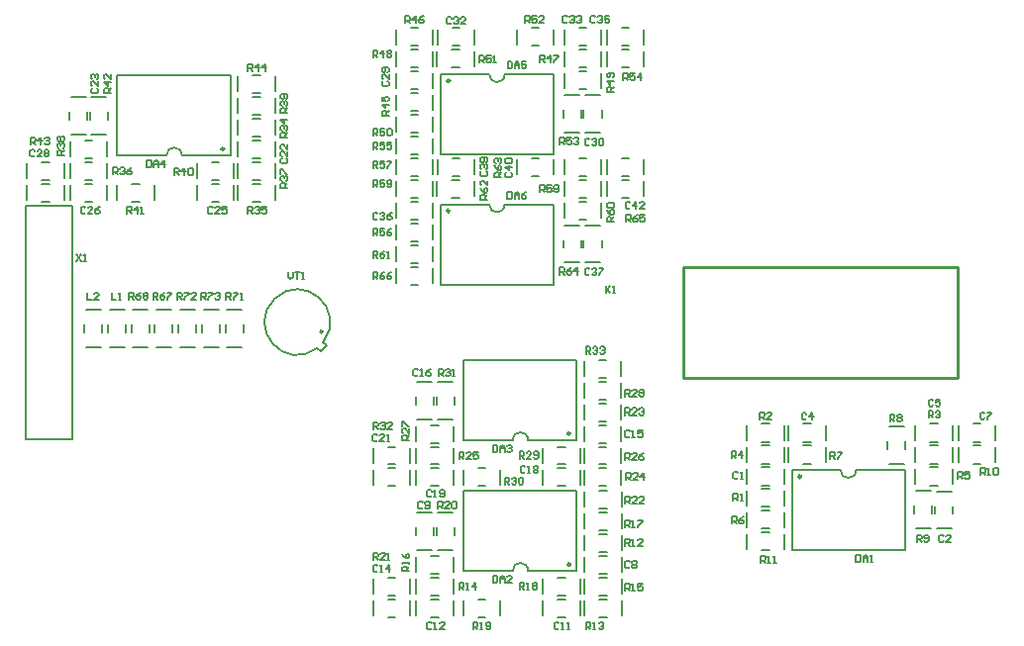
<source format=gto>
G04*
G04 #@! TF.GenerationSoftware,Altium Limited,Altium Designer,20.1.10 (176)*
G04*
G04 Layer_Color=439754*
%FSAX42Y42*%
%MOMM*%
G71*
G04*
G04 #@! TF.SameCoordinates,9C08BAFA-1892-4BA1-9AB8-C06810583842*
G04*
G04*
G04 #@! TF.FilePolarity,Positive*
G04*
G01*
G75*
%ADD10C,0.20*%
%ADD11C,0.25*%
%ADD12C,0.15*%
%ADD13C,0.15*%
D10*
X002794Y003079D02*
G03*
X002744Y003029I-000221J000171D01*
G01*
X002794Y003079D02*
X002823Y003050D01*
X002773Y003000D02*
X002823Y003050D01*
X002773Y003000D02*
X002773D01*
X002744Y003029D02*
X002773Y003000D01*
X005375Y001495D02*
Y001555D01*
X005405D01*
X005415Y001545D01*
Y001525D01*
X005405Y001515D01*
X005375D01*
X005395D02*
X005415Y001495D01*
X005435D02*
X005455D01*
X005445D01*
Y001555D01*
X005435Y001545D01*
X005485Y001555D02*
X005525D01*
Y001545D01*
X005485Y001505D01*
Y001495D01*
X008100Y001420D02*
X008090Y001430D01*
X008070D01*
X008060Y001420D01*
Y001380D01*
X008070Y001370D01*
X008090D01*
X008100Y001380D01*
X008160Y001370D02*
X008120D01*
X008160Y001410D01*
Y001420D01*
X008150Y001430D01*
X008130D01*
X008120Y001420D01*
X005419Y004270D02*
X005409Y004280D01*
X005389D01*
X005379Y004270D01*
Y004230D01*
X005389Y004220D01*
X005409D01*
X005419Y004230D01*
X005469Y004220D02*
Y004280D01*
X005439Y004250D01*
X005479D01*
X005539Y004220D02*
X005499D01*
X005539Y004260D01*
Y004270D01*
X005529Y004280D01*
X005509D01*
X005499Y004270D01*
X004359Y004530D02*
X004349Y004520D01*
Y004500D01*
X004359Y004490D01*
X004399D01*
X004409Y004500D01*
Y004520D01*
X004399Y004530D01*
X004409Y004580D02*
X004349D01*
X004379Y004550D01*
Y004590D01*
X004359Y004610D02*
X004349Y004620D01*
Y004640D01*
X004359Y004650D01*
X004399D01*
X004409Y004640D01*
Y004620D01*
X004399Y004610D01*
X004359D01*
X004149Y004540D02*
X004139Y004530D01*
Y004510D01*
X004149Y004500D01*
X004189D01*
X004199Y004510D01*
Y004530D01*
X004189Y004540D01*
X004149Y004560D02*
X004139Y004570D01*
Y004590D01*
X004149Y004600D01*
X004159D01*
X004169Y004590D01*
Y004580D01*
Y004590D01*
X004179Y004600D01*
X004189D01*
X004199Y004590D01*
Y004570D01*
X004189Y004560D01*
Y004620D02*
X004199Y004630D01*
Y004650D01*
X004189Y004660D01*
X004149D01*
X004139Y004650D01*
Y004630D01*
X004149Y004620D01*
X004159D01*
X004169Y004630D01*
Y004660D01*
X005071Y003702D02*
X005061Y003712D01*
X005041D01*
X005031Y003702D01*
Y003662D01*
X005041Y003652D01*
X005061D01*
X005071Y003662D01*
X005091Y003702D02*
X005101Y003712D01*
X005121D01*
X005131Y003702D01*
Y003692D01*
X005121Y003682D01*
X005111D01*
X005121D01*
X005131Y003672D01*
Y003662D01*
X005121Y003652D01*
X005101D01*
X005091Y003662D01*
X005151Y003712D02*
X005191D01*
Y003702D01*
X005151Y003662D01*
Y003652D01*
X003260Y004178D02*
X003250Y004188D01*
X003230D01*
X003220Y004178D01*
Y004138D01*
X003230Y004128D01*
X003250D01*
X003260Y004138D01*
X003280Y004178D02*
X003290Y004188D01*
X003310D01*
X003320Y004178D01*
Y004168D01*
X003310Y004158D01*
X003300D01*
X003310D01*
X003320Y004148D01*
Y004138D01*
X003310Y004128D01*
X003290D01*
X003280Y004138D01*
X003380Y004188D02*
X003360Y004178D01*
X003340Y004158D01*
Y004138D01*
X003350Y004128D01*
X003370D01*
X003380Y004138D01*
Y004148D01*
X003370Y004158D01*
X003340D01*
X005120Y005860D02*
X005110Y005870D01*
X005090D01*
X005080Y005860D01*
Y005820D01*
X005090Y005810D01*
X005110D01*
X005120Y005820D01*
X005140Y005860D02*
X005150Y005870D01*
X005170D01*
X005180Y005860D01*
Y005850D01*
X005170Y005840D01*
X005160D01*
X005170D01*
X005180Y005830D01*
Y005820D01*
X005170Y005810D01*
X005150D01*
X005140Y005820D01*
X005240Y005870D02*
X005200D01*
Y005840D01*
X005220Y005850D01*
X005230D01*
X005240Y005840D01*
Y005820D01*
X005230Y005810D01*
X005210D01*
X005200Y005820D01*
X004880Y005860D02*
X004870Y005870D01*
X004850D01*
X004840Y005860D01*
Y005820D01*
X004850Y005810D01*
X004870D01*
X004880Y005820D01*
X004900Y005860D02*
X004910Y005870D01*
X004930D01*
X004940Y005860D01*
Y005850D01*
X004930Y005840D01*
X004920D01*
X004930D01*
X004940Y005830D01*
Y005820D01*
X004930Y005810D01*
X004910D01*
X004900Y005820D01*
X004960Y005860D02*
X004970Y005870D01*
X004990D01*
X005000Y005860D01*
Y005850D01*
X004990Y005840D01*
X004980D01*
X004990D01*
X005000Y005830D01*
Y005820D01*
X004990Y005810D01*
X004970D01*
X004960Y005820D01*
X003890Y005850D02*
X003880Y005860D01*
X003860D01*
X003850Y005850D01*
Y005810D01*
X003860Y005800D01*
X003880D01*
X003890Y005810D01*
X003910Y005850D02*
X003920Y005860D01*
X003940D01*
X003950Y005850D01*
Y005840D01*
X003940Y005830D01*
X003930D01*
X003940D01*
X003950Y005820D01*
Y005810D01*
X003940Y005800D01*
X003920D01*
X003910Y005810D01*
X004010Y005800D02*
X003970D01*
X004010Y005840D01*
Y005850D01*
X004000Y005860D01*
X003980D01*
X003970Y005850D01*
X005071Y004815D02*
X005061Y004825D01*
X005041D01*
X005031Y004815D01*
Y004775D01*
X005041Y004765D01*
X005061D01*
X005071Y004775D01*
X005091Y004815D02*
X005101Y004825D01*
X005121D01*
X005131Y004815D01*
Y004805D01*
X005121Y004795D01*
X005111D01*
X005121D01*
X005131Y004785D01*
Y004775D01*
X005121Y004765D01*
X005101D01*
X005091Y004775D01*
X005151Y004815D02*
X005161Y004825D01*
X005181D01*
X005191Y004815D01*
Y004775D01*
X005181Y004765D01*
X005161D01*
X005151Y004775D01*
Y004815D01*
X003305Y005310D02*
X003295Y005300D01*
Y005280D01*
X003305Y005270D01*
X003345D01*
X003355Y005280D01*
Y005300D01*
X003345Y005310D01*
X003355Y005370D02*
Y005330D01*
X003315Y005370D01*
X003305D01*
X003295Y005360D01*
Y005340D01*
X003305Y005330D01*
X003345Y005390D02*
X003355Y005400D01*
Y005420D01*
X003345Y005430D01*
X003305D01*
X003295Y005420D01*
Y005400D01*
X003305Y005390D01*
X003315D01*
X003325Y005400D01*
Y005430D01*
X000329Y004715D02*
X000319Y004725D01*
X000299D01*
X000289Y004715D01*
Y004675D01*
X000299Y004665D01*
X000319D01*
X000329Y004675D01*
X000389Y004665D02*
X000349D01*
X000389Y004705D01*
Y004715D01*
X000379Y004725D01*
X000359D01*
X000349Y004715D01*
X000409D02*
X000419Y004725D01*
X000439D01*
X000449Y004715D01*
Y004705D01*
X000439Y004695D01*
X000449Y004685D01*
Y004675D01*
X000439Y004665D01*
X000419D01*
X000409Y004675D01*
Y004685D01*
X000419Y004695D01*
X000409Y004705D01*
Y004715D01*
X000419Y004695D02*
X000439D01*
X000762Y004230D02*
X000752Y004240D01*
X000732D01*
X000722Y004230D01*
Y004190D01*
X000732Y004180D01*
X000752D01*
X000762Y004190D01*
X000822Y004180D02*
X000782D01*
X000822Y004220D01*
Y004230D01*
X000812Y004240D01*
X000792D01*
X000782Y004230D01*
X000882Y004240D02*
X000862Y004230D01*
X000842Y004210D01*
Y004190D01*
X000852Y004180D01*
X000872D01*
X000882Y004190D01*
Y004200D01*
X000872Y004210D01*
X000842D01*
X001849Y004230D02*
X001839Y004240D01*
X001819D01*
X001809Y004230D01*
Y004190D01*
X001819Y004180D01*
X001839D01*
X001849Y004190D01*
X001909Y004180D02*
X001869D01*
X001909Y004220D01*
Y004230D01*
X001899Y004240D01*
X001879D01*
X001869Y004230D01*
X001969Y004240D02*
X001929D01*
Y004210D01*
X001949Y004220D01*
X001959D01*
X001969Y004210D01*
Y004190D01*
X001959Y004180D01*
X001939D01*
X001929Y004190D01*
X000820Y005250D02*
X000810Y005240D01*
Y005220D01*
X000820Y005210D01*
X000860D01*
X000870Y005220D01*
Y005240D01*
X000860Y005250D01*
X000870Y005310D02*
Y005270D01*
X000830Y005310D01*
X000820D01*
X000810Y005300D01*
Y005280D01*
X000820Y005270D01*
Y005330D02*
X000810Y005340D01*
Y005360D01*
X000820Y005370D01*
X000830D01*
X000840Y005360D01*
Y005350D01*
Y005360D01*
X000850Y005370D01*
X000860D01*
X000870Y005360D01*
Y005340D01*
X000860Y005330D01*
X002440Y004650D02*
X002430Y004640D01*
Y004620D01*
X002440Y004610D01*
X002480D01*
X002490Y004620D01*
Y004640D01*
X002480Y004650D01*
X002490Y004710D02*
Y004670D01*
X002450Y004710D01*
X002440D01*
X002430Y004700D01*
Y004680D01*
X002440Y004670D01*
X002490Y004770D02*
Y004730D01*
X002450Y004770D01*
X002440D01*
X002430Y004760D01*
Y004740D01*
X002440Y004730D01*
X003258Y002279D02*
X003248Y002289D01*
X003228D01*
X003218Y002279D01*
Y002239D01*
X003228Y002229D01*
X003248D01*
X003258Y002239D01*
X003318Y002229D02*
X003278D01*
X003318Y002269D01*
Y002279D01*
X003308Y002289D01*
X003288D01*
X003278Y002279D01*
X003338Y002229D02*
X003358D01*
X003348D01*
Y002289D01*
X003338Y002279D01*
X003720Y001803D02*
X003710Y001813D01*
X003690D01*
X003680Y001803D01*
Y001763D01*
X003690Y001753D01*
X003710D01*
X003720Y001763D01*
X003740Y001753D02*
X003760D01*
X003750D01*
Y001813D01*
X003740Y001803D01*
X003790Y001763D02*
X003800Y001753D01*
X003820D01*
X003830Y001763D01*
Y001803D01*
X003820Y001813D01*
X003800D01*
X003790Y001803D01*
Y001793D01*
X003800Y001783D01*
X003830D01*
X004521Y002008D02*
X004511Y002018D01*
X004491D01*
X004481Y002008D01*
Y001968D01*
X004491Y001958D01*
X004511D01*
X004521Y001968D01*
X004541Y001958D02*
X004561D01*
X004551D01*
Y002018D01*
X004541Y002008D01*
X004591D02*
X004601Y002018D01*
X004621D01*
X004631Y002008D01*
Y001998D01*
X004621Y001988D01*
X004631Y001978D01*
Y001968D01*
X004621Y001958D01*
X004601D01*
X004591Y001968D01*
Y001978D01*
X004601Y001988D01*
X004591Y001998D01*
Y002008D01*
X004601Y001988D02*
X004621D01*
X003605Y002840D02*
X003595Y002850D01*
X003575D01*
X003565Y002840D01*
Y002800D01*
X003575Y002790D01*
X003595D01*
X003605Y002800D01*
X003625Y002790D02*
X003645D01*
X003635D01*
Y002850D01*
X003625Y002840D01*
X003715Y002850D02*
X003695Y002840D01*
X003675Y002820D01*
Y002800D01*
X003685Y002790D01*
X003705D01*
X003715Y002800D01*
Y002810D01*
X003705Y002820D01*
X003675D01*
X005415Y002315D02*
X005405Y002325D01*
X005385D01*
X005375Y002315D01*
Y002275D01*
X005385Y002265D01*
X005405D01*
X005415Y002275D01*
X005435Y002265D02*
X005455D01*
X005445D01*
Y002325D01*
X005435Y002315D01*
X005525Y002325D02*
X005485D01*
Y002295D01*
X005505Y002305D01*
X005515D01*
X005525Y002295D01*
Y002275D01*
X005515Y002265D01*
X005495D01*
X005485Y002275D01*
X003259Y001160D02*
X003249Y001170D01*
X003229D01*
X003219Y001160D01*
Y001120D01*
X003229Y001110D01*
X003249D01*
X003259Y001120D01*
X003279Y001110D02*
X003299D01*
X003289D01*
Y001170D01*
X003279Y001160D01*
X003359Y001110D02*
Y001170D01*
X003329Y001140D01*
X003369D01*
X003722Y000674D02*
X003712Y000684D01*
X003692D01*
X003682Y000674D01*
Y000634D01*
X003692Y000624D01*
X003712D01*
X003722Y000634D01*
X003742Y000624D02*
X003762D01*
X003752D01*
Y000684D01*
X003742Y000674D01*
X003832Y000624D02*
X003792D01*
X003832Y000664D01*
Y000674D01*
X003822Y000684D01*
X003802D01*
X003792Y000674D01*
X004809Y000674D02*
X004799Y000684D01*
X004779D01*
X004769Y000674D01*
Y000634D01*
X004779Y000624D01*
X004799D01*
X004809Y000634D01*
X004829Y000624D02*
X004849D01*
X004839D01*
Y000684D01*
X004829Y000674D01*
X004879Y000624D02*
X004899D01*
X004889D01*
Y000684D01*
X004879Y000674D01*
X003645Y001704D02*
X003635Y001714D01*
X003615D01*
X003605Y001704D01*
Y001664D01*
X003615Y001654D01*
X003635D01*
X003645Y001664D01*
X003665D02*
X003675Y001654D01*
X003695D01*
X003705Y001664D01*
Y001704D01*
X003695Y001714D01*
X003675D01*
X003665Y001704D01*
Y001694D01*
X003675Y001684D01*
X003705D01*
X005415Y001196D02*
X005405Y001206D01*
X005385D01*
X005375Y001196D01*
Y001156D01*
X005385Y001146D01*
X005405D01*
X005415Y001156D01*
X005435Y001196D02*
X005445Y001206D01*
X005465D01*
X005475Y001196D01*
Y001186D01*
X005465Y001176D01*
X005475Y001166D01*
Y001156D01*
X005465Y001146D01*
X005445D01*
X005435Y001156D01*
Y001166D01*
X005445Y001176D01*
X005435Y001186D01*
Y001196D01*
X005445Y001176D02*
X005465D01*
X008450Y002470D02*
X008440Y002480D01*
X008420D01*
X008410Y002470D01*
Y002430D01*
X008420Y002420D01*
X008440D01*
X008450Y002430D01*
X008470Y002480D02*
X008510D01*
Y002470D01*
X008470Y002430D01*
Y002420D01*
X008010Y002580D02*
X008000Y002590D01*
X007980D01*
X007970Y002580D01*
Y002540D01*
X007980Y002530D01*
X008000D01*
X008010Y002540D01*
X008070Y002590D02*
X008030D01*
Y002560D01*
X008050Y002570D01*
X008060D01*
X008070Y002560D01*
Y002540D01*
X008060Y002530D01*
X008040D01*
X008030Y002540D01*
X006927Y002463D02*
X006917Y002473D01*
X006897D01*
X006887Y002463D01*
Y002423D01*
X006897Y002413D01*
X006917D01*
X006927Y002423D01*
X006977Y002413D02*
Y002473D01*
X006947Y002443D01*
X006987D01*
X006340Y001960D02*
X006330Y001970D01*
X006310D01*
X006300Y001960D01*
Y001920D01*
X006310Y001910D01*
X006330D01*
X006340Y001920D01*
X006360Y001910D02*
X006380D01*
X006370D01*
Y001970D01*
X006360Y001960D01*
X000775Y003505D02*
Y003445D01*
X000815D01*
X000875D02*
X000835D01*
X000875Y003485D01*
Y003495D01*
X000865Y003505D01*
X000845D01*
X000835Y003495D01*
X000985Y003505D02*
Y003445D01*
X001025D01*
X001045D02*
X001065D01*
X001055D01*
Y003505D01*
X001045Y003495D01*
X005375Y001695D02*
Y001755D01*
X005405D01*
X005415Y001745D01*
Y001725D01*
X005405Y001715D01*
X005375D01*
X005395D02*
X005415Y001695D01*
X005475D02*
X005435D01*
X005475Y001735D01*
Y001745D01*
X005465Y001755D01*
X005445D01*
X005435Y001745D01*
X005535Y001695D02*
X005495D01*
X005535Y001735D01*
Y001745D01*
X005525Y001755D01*
X005505D01*
X005495Y001745D01*
X003222Y001216D02*
Y001276D01*
X003252D01*
X003262Y001266D01*
Y001246D01*
X003252Y001236D01*
X003222D01*
X003242D02*
X003262Y001216D01*
X003322D02*
X003282D01*
X003322Y001256D01*
Y001266D01*
X003312Y001276D01*
X003292D01*
X003282Y001266D01*
X003342Y001216D02*
X003362D01*
X003352D01*
Y001276D01*
X003342Y001266D01*
X003775Y001654D02*
Y001714D01*
X003805D01*
X003815Y001704D01*
Y001684D01*
X003805Y001674D01*
X003775D01*
X003795D02*
X003815Y001654D01*
X003875D02*
X003835D01*
X003875Y001694D01*
Y001704D01*
X003865Y001714D01*
X003845D01*
X003835Y001704D01*
X003895D02*
X003905Y001714D01*
X003925D01*
X003935Y001704D01*
Y001664D01*
X003925Y001654D01*
X003905D01*
X003895Y001664D01*
Y001704D01*
X004075Y000620D02*
Y000680D01*
X004105D01*
X004115Y000670D01*
Y000650D01*
X004105Y000640D01*
X004075D01*
X004095D02*
X004115Y000620D01*
X004135D02*
X004155D01*
X004145D01*
Y000680D01*
X004135Y000670D01*
X004185Y000630D02*
X004195Y000620D01*
X004215D01*
X004225Y000630D01*
Y000670D01*
X004215Y000680D01*
X004195D01*
X004185Y000670D01*
Y000660D01*
X004195Y000650D01*
X004225D01*
X004474Y000962D02*
Y001022D01*
X004504D01*
X004514Y001012D01*
Y000992D01*
X004504Y000982D01*
X004474D01*
X004494D02*
X004514Y000962D01*
X004534D02*
X004554D01*
X004544D01*
Y001022D01*
X004534Y001012D01*
X004584D02*
X004594Y001022D01*
X004614D01*
X004624Y001012D01*
Y001002D01*
X004614Y000992D01*
X004624Y000982D01*
Y000972D01*
X004614Y000962D01*
X004594D01*
X004584Y000972D01*
Y000982D01*
X004594Y000992D01*
X004584Y001002D01*
Y001012D01*
X004594Y000992D02*
X004614D01*
X003530Y001119D02*
X003470D01*
Y001149D01*
X003480Y001159D01*
X003500D01*
X003510Y001149D01*
Y001119D01*
Y001139D02*
X003530Y001159D01*
Y001179D02*
Y001199D01*
Y001189D01*
X003470D01*
X003480Y001179D01*
X003470Y001269D02*
X003480Y001249D01*
X003500Y001229D01*
X003520D01*
X003530Y001239D01*
Y001259D01*
X003520Y001269D01*
X003510D01*
X003500Y001259D01*
Y001229D01*
X005375Y000951D02*
Y001011D01*
X005405D01*
X005415Y001001D01*
Y000981D01*
X005405Y000971D01*
X005375D01*
X005395D02*
X005415Y000951D01*
X005435D02*
X005455D01*
X005445D01*
Y001011D01*
X005435Y001001D01*
X005525Y001011D02*
X005485D01*
Y000981D01*
X005505Y000991D01*
X005515D01*
X005525Y000981D01*
Y000961D01*
X005515Y000951D01*
X005495D01*
X005485Y000961D01*
X003957Y000958D02*
Y001018D01*
X003987D01*
X003997Y001008D01*
Y000988D01*
X003987Y000978D01*
X003957D01*
X003977D02*
X003997Y000958D01*
X004017D02*
X004037D01*
X004027D01*
Y001018D01*
X004017Y001008D01*
X004097Y000958D02*
Y001018D01*
X004067Y000988D01*
X004107D01*
X001750Y003445D02*
Y003505D01*
X001780D01*
X001790Y003495D01*
Y003475D01*
X001780Y003465D01*
X001750D01*
X001770D02*
X001790Y003445D01*
X001810Y003505D02*
X001850D01*
Y003495D01*
X001810Y003455D01*
Y003445D01*
X001870Y003495D02*
X001880Y003505D01*
X001900D01*
X001910Y003495D01*
Y003485D01*
X001900Y003475D01*
X001890D01*
X001900D01*
X001910Y003465D01*
Y003455D01*
X001900Y003445D01*
X001880D01*
X001870Y003455D01*
X005040Y000620D02*
Y000680D01*
X005070D01*
X005080Y000670D01*
Y000650D01*
X005070Y000640D01*
X005040D01*
X005060D02*
X005080Y000620D01*
X005100D02*
X005120D01*
X005110D01*
Y000680D01*
X005100Y000670D01*
X005150D02*
X005160Y000680D01*
X005180D01*
X005190Y000670D01*
Y000660D01*
X005180Y000650D01*
X005170D01*
X005180D01*
X005190Y000640D01*
Y000630D01*
X005180Y000620D01*
X005160D01*
X005150Y000630D01*
X001545Y003445D02*
Y003505D01*
X001575D01*
X001585Y003495D01*
Y003475D01*
X001575Y003465D01*
X001545D01*
X001565D02*
X001585Y003445D01*
X001605Y003505D02*
X001645D01*
Y003495D01*
X001605Y003455D01*
Y003445D01*
X001705D02*
X001665D01*
X001705Y003485D01*
Y003495D01*
X001695Y003505D01*
X001675D01*
X001665Y003495D01*
X005375Y001335D02*
Y001395D01*
X005405D01*
X005415Y001385D01*
Y001365D01*
X005405Y001355D01*
X005375D01*
X005395D02*
X005415Y001335D01*
X005435D02*
X005455D01*
X005445D01*
Y001395D01*
X005435Y001385D01*
X005525Y001335D02*
X005485D01*
X005525Y001375D01*
Y001385D01*
X005515Y001395D01*
X005495D01*
X005485Y001385D01*
X001965Y003445D02*
Y003505D01*
X001995D01*
X002005Y003495D01*
Y003475D01*
X001995Y003465D01*
X001965D01*
X001985D02*
X002005Y003445D01*
X002025Y003505D02*
X002065D01*
Y003495D01*
X002025Y003455D01*
Y003445D01*
X002085D02*
X002105D01*
X002095D01*
Y003505D01*
X002085Y003495D01*
X004245Y001080D02*
Y001020D01*
X004275D01*
X004285Y001030D01*
Y001070D01*
X004275Y001080D01*
X004245D01*
X004305Y001020D02*
Y001060D01*
X004325Y001080D01*
X004345Y001060D01*
Y001020D01*
Y001050D01*
X004305D01*
X004405Y001020D02*
X004365D01*
X004405Y001060D01*
Y001070D01*
X004395Y001080D01*
X004375D01*
X004365Y001070D01*
X002493Y003677D02*
Y003637D01*
X002513Y003617D01*
X002533Y003637D01*
Y003677D01*
X002553D02*
X002593D01*
X002573D01*
Y003617D01*
X002613D02*
X002633D01*
X002623D01*
Y003677D01*
X002613Y003667D01*
X005210Y003560D02*
Y003500D01*
Y003520D01*
X005250Y003560D01*
X005220Y003530D01*
X005250Y003500D01*
X005270D02*
X005290D01*
X005280D01*
Y003560D01*
X005270Y003550D01*
X004370Y004365D02*
Y004306D01*
X004400D01*
X004410Y004316D01*
Y004355D01*
X004400Y004365D01*
X004370D01*
X004430Y004306D02*
Y004345D01*
X004450Y004365D01*
X004470Y004345D01*
Y004306D01*
Y004335D01*
X004430D01*
X004530Y004365D02*
X004510Y004355D01*
X004490Y004335D01*
Y004316D01*
X004500Y004306D01*
X004520D01*
X004530Y004316D01*
Y004325D01*
X004520Y004335D01*
X004490D01*
X004371Y005478D02*
Y005419D01*
X004401D01*
X004410Y005429D01*
Y005468D01*
X004401Y005478D01*
X004371D01*
X004430Y005419D02*
Y005458D01*
X004450Y005478D01*
X004470Y005458D01*
Y005419D01*
Y005448D01*
X004430D01*
X004530Y005478D02*
X004490D01*
Y005448D01*
X004510Y005458D01*
X004520D01*
X004530Y005448D01*
Y005429D01*
X004520Y005419D01*
X004500D01*
X004490Y005429D01*
X001285Y004635D02*
Y004575D01*
X001315D01*
X001325Y004585D01*
Y004625D01*
X001315Y004635D01*
X001285D01*
X001345Y004575D02*
Y004615D01*
X001365Y004635D01*
X001385Y004615D01*
Y004575D01*
Y004605D01*
X001345D01*
X001435Y004575D02*
Y004635D01*
X001405Y004605D01*
X001445D01*
X004245Y002200D02*
Y002140D01*
X004275D01*
X004285Y002150D01*
Y002190D01*
X004275Y002200D01*
X004245D01*
X004305Y002140D02*
Y002180D01*
X004325Y002200D01*
X004345Y002180D01*
Y002140D01*
Y002170D01*
X004305D01*
X004365Y002190D02*
X004375Y002200D01*
X004395D01*
X004405Y002190D01*
Y002180D01*
X004395Y002170D01*
X004385D01*
X004395D01*
X004405Y002160D01*
Y002150D01*
X004395Y002140D01*
X004375D01*
X004365Y002150D01*
X007350Y001260D02*
Y001200D01*
X007380D01*
X007390Y001210D01*
Y001250D01*
X007380Y001260D01*
X007350D01*
X007410Y001200D02*
Y001240D01*
X007430Y001260D01*
X007450Y001240D01*
Y001200D01*
Y001230D01*
X007410D01*
X007470Y001200D02*
X007490D01*
X007480D01*
Y001260D01*
X007470Y001250D01*
X000685Y003830D02*
X000725Y003770D01*
Y003830D02*
X000685Y003770D01*
X000745D02*
X000765D01*
X000755D01*
Y003830D01*
X000745Y003820D01*
X003219Y003616D02*
Y003676D01*
X003249D01*
X003259Y003666D01*
Y003646D01*
X003249Y003636D01*
X003219D01*
X003239D02*
X003259Y003616D01*
X003319Y003676D02*
X003299Y003666D01*
X003279Y003646D01*
Y003626D01*
X003289Y003616D01*
X003309D01*
X003319Y003626D01*
Y003636D01*
X003309Y003646D01*
X003279D01*
X003379Y003676D02*
X003359Y003666D01*
X003339Y003646D01*
Y003626D01*
X003349Y003616D01*
X003369D01*
X003379Y003626D01*
Y003636D01*
X003369Y003646D01*
X003339D01*
X005383Y004109D02*
Y004169D01*
X005413D01*
X005423Y004159D01*
Y004139D01*
X005413Y004129D01*
X005383D01*
X005403D02*
X005423Y004109D01*
X005483Y004169D02*
X005463Y004159D01*
X005443Y004139D01*
Y004119D01*
X005453Y004109D01*
X005473D01*
X005483Y004119D01*
Y004129D01*
X005473Y004139D01*
X005443D01*
X005543Y004169D02*
X005503D01*
Y004139D01*
X005523Y004149D01*
X005533D01*
X005543Y004139D01*
Y004119D01*
X005533Y004109D01*
X005513D01*
X005503Y004119D01*
X004817Y003657D02*
Y003717D01*
X004847D01*
X004857Y003707D01*
Y003687D01*
X004847Y003677D01*
X004817D01*
X004837D02*
X004857Y003657D01*
X004917Y003717D02*
X004897Y003707D01*
X004877Y003687D01*
Y003667D01*
X004887Y003657D01*
X004907D01*
X004917Y003667D01*
Y003677D01*
X004907Y003687D01*
X004877D01*
X004967Y003657D02*
Y003717D01*
X004937Y003687D01*
X004977D01*
X004319Y004490D02*
X004259D01*
Y004520D01*
X004269Y004530D01*
X004289D01*
X004299Y004520D01*
Y004490D01*
Y004510D02*
X004319Y004530D01*
X004259Y004590D02*
X004269Y004570D01*
X004289Y004550D01*
X004309D01*
X004319Y004560D01*
Y004580D01*
X004309Y004590D01*
X004299D01*
X004289Y004580D01*
Y004550D01*
X004269Y004610D02*
X004259Y004620D01*
Y004640D01*
X004269Y004650D01*
X004279D01*
X004289Y004640D01*
Y004630D01*
Y004640D01*
X004299Y004650D01*
X004309D01*
X004319Y004640D01*
Y004620D01*
X004309Y004610D01*
X004199Y004300D02*
X004139D01*
Y004330D01*
X004149Y004340D01*
X004169D01*
X004179Y004330D01*
Y004300D01*
Y004320D02*
X004199Y004340D01*
X004139Y004400D02*
X004149Y004380D01*
X004169Y004360D01*
X004189D01*
X004199Y004370D01*
Y004390D01*
X004189Y004400D01*
X004179D01*
X004169Y004390D01*
Y004360D01*
X004199Y004460D02*
Y004420D01*
X004159Y004460D01*
X004149D01*
X004139Y004450D01*
Y004430D01*
X004149Y004420D01*
X003219Y003800D02*
Y003860D01*
X003249D01*
X003259Y003850D01*
Y003830D01*
X003249Y003820D01*
X003219D01*
X003239D02*
X003259Y003800D01*
X003319Y003860D02*
X003299Y003850D01*
X003279Y003830D01*
Y003810D01*
X003289Y003800D01*
X003309D01*
X003319Y003810D01*
Y003820D01*
X003309Y003830D01*
X003279D01*
X003339Y003800D02*
X003359D01*
X003349D01*
Y003860D01*
X003339Y003850D01*
X005278Y004110D02*
X005218D01*
Y004140D01*
X005228Y004150D01*
X005248D01*
X005258Y004140D01*
Y004110D01*
Y004130D02*
X005278Y004150D01*
X005218Y004210D02*
X005228Y004190D01*
X005248Y004170D01*
X005268D01*
X005278Y004180D01*
Y004200D01*
X005268Y004210D01*
X005258D01*
X005248Y004200D01*
Y004170D01*
X005228Y004230D02*
X005218Y004240D01*
Y004260D01*
X005228Y004270D01*
X005268D01*
X005278Y004260D01*
Y004240D01*
X005268Y004230D01*
X005228D01*
X003219Y004404D02*
Y004464D01*
X003249D01*
X003259Y004454D01*
Y004434D01*
X003249Y004424D01*
X003219D01*
X003239D02*
X003259Y004404D01*
X003319Y004464D02*
X003279D01*
Y004434D01*
X003299Y004444D01*
X003309D01*
X003319Y004434D01*
Y004414D01*
X003309Y004404D01*
X003289D01*
X003279Y004414D01*
X003339D02*
X003349Y004404D01*
X003369D01*
X003379Y004414D01*
Y004454D01*
X003369Y004464D01*
X003349D01*
X003339Y004454D01*
Y004444D01*
X003349Y004434D01*
X003379D01*
X004647Y004362D02*
Y004422D01*
X004677D01*
X004687Y004412D01*
Y004392D01*
X004677Y004382D01*
X004647D01*
X004667D02*
X004687Y004362D01*
X004747Y004422D02*
X004707D01*
Y004392D01*
X004727Y004402D01*
X004737D01*
X004747Y004392D01*
Y004372D01*
X004737Y004362D01*
X004717D01*
X004707Y004372D01*
X004767Y004412D02*
X004777Y004422D01*
X004797D01*
X004807Y004412D01*
Y004402D01*
X004797Y004392D01*
X004807Y004382D01*
Y004372D01*
X004797Y004362D01*
X004777D01*
X004767Y004372D01*
Y004382D01*
X004777Y004392D01*
X004767Y004402D01*
Y004412D01*
X004777Y004392D02*
X004797D01*
X003219Y004570D02*
Y004630D01*
X003249D01*
X003259Y004620D01*
Y004600D01*
X003249Y004590D01*
X003219D01*
X003239D02*
X003259Y004570D01*
X003319Y004630D02*
X003279D01*
Y004600D01*
X003299Y004610D01*
X003309D01*
X003319Y004600D01*
Y004580D01*
X003309Y004570D01*
X003289D01*
X003279Y004580D01*
X003339Y004630D02*
X003379D01*
Y004620D01*
X003339Y004580D01*
Y004570D01*
X003219Y003990D02*
Y004050D01*
X003249D01*
X003259Y004040D01*
Y004020D01*
X003249Y004010D01*
X003219D01*
X003239D02*
X003259Y003990D01*
X003319Y004050D02*
X003279D01*
Y004020D01*
X003299Y004030D01*
X003309D01*
X003319Y004020D01*
Y004000D01*
X003309Y003990D01*
X003289D01*
X003279Y004000D01*
X003379Y004050D02*
X003359Y004040D01*
X003339Y004020D01*
Y004000D01*
X003349Y003990D01*
X003369D01*
X003379Y004000D01*
Y004010D01*
X003369Y004020D01*
X003339D01*
X003219Y004729D02*
Y004789D01*
X003249D01*
X003259Y004779D01*
Y004759D01*
X003249Y004749D01*
X003219D01*
X003239D02*
X003259Y004729D01*
X003319Y004789D02*
X003279D01*
Y004759D01*
X003299Y004769D01*
X003309D01*
X003319Y004759D01*
Y004739D01*
X003309Y004729D01*
X003289D01*
X003279Y004739D01*
X003379Y004789D02*
X003339D01*
Y004759D01*
X003359Y004769D01*
X003369D01*
X003379Y004759D01*
Y004739D01*
X003369Y004729D01*
X003349D01*
X003339Y004739D01*
X005360Y005320D02*
Y005380D01*
X005390D01*
X005400Y005370D01*
Y005350D01*
X005390Y005340D01*
X005360D01*
X005380D02*
X005400Y005320D01*
X005460Y005380D02*
X005420D01*
Y005350D01*
X005440Y005360D01*
X005450D01*
X005460Y005350D01*
Y005330D01*
X005450Y005320D01*
X005430D01*
X005420Y005330D01*
X005510Y005320D02*
Y005380D01*
X005480Y005350D01*
X005520D01*
X004817Y004770D02*
Y004830D01*
X004847D01*
X004857Y004820D01*
Y004800D01*
X004847Y004790D01*
X004817D01*
X004837D02*
X004857Y004770D01*
X004917Y004830D02*
X004877D01*
Y004800D01*
X004897Y004810D01*
X004907D01*
X004917Y004800D01*
Y004780D01*
X004907Y004770D01*
X004887D01*
X004877Y004780D01*
X004937Y004820D02*
X004947Y004830D01*
X004967D01*
X004977Y004820D01*
Y004810D01*
X004967Y004800D01*
X004957D01*
X004967D01*
X004977Y004790D01*
Y004780D01*
X004967Y004770D01*
X004947D01*
X004937Y004780D01*
X004520Y005810D02*
Y005870D01*
X004550D01*
X004560Y005860D01*
Y005840D01*
X004550Y005830D01*
X004520D01*
X004540D02*
X004560Y005810D01*
X004620Y005870D02*
X004580D01*
Y005840D01*
X004600Y005850D01*
X004610D01*
X004620Y005840D01*
Y005820D01*
X004610Y005810D01*
X004590D01*
X004580Y005820D01*
X004680Y005810D02*
X004640D01*
X004680Y005850D01*
Y005860D01*
X004670Y005870D01*
X004650D01*
X004640Y005860D01*
X004130Y005470D02*
Y005530D01*
X004160D01*
X004170Y005520D01*
Y005500D01*
X004160Y005490D01*
X004130D01*
X004150D02*
X004170Y005470D01*
X004230Y005530D02*
X004190D01*
Y005500D01*
X004210Y005510D01*
X004220D01*
X004230Y005500D01*
Y005480D01*
X004220Y005470D01*
X004200D01*
X004190Y005480D01*
X004250Y005470D02*
X004270D01*
X004260D01*
Y005530D01*
X004250Y005520D01*
X003220Y004845D02*
Y004905D01*
X003250D01*
X003260Y004895D01*
Y004875D01*
X003250Y004865D01*
X003220D01*
X003240D02*
X003260Y004845D01*
X003320Y004905D02*
X003280D01*
Y004875D01*
X003300Y004885D01*
X003310D01*
X003320Y004875D01*
Y004855D01*
X003310Y004845D01*
X003290D01*
X003280Y004855D01*
X003340Y004895D02*
X003350Y004905D01*
X003370D01*
X003380Y004895D01*
Y004855D01*
X003370Y004845D01*
X003350D01*
X003340Y004855D01*
Y004895D01*
X005278Y005223D02*
X005218D01*
Y005253D01*
X005228Y005263D01*
X005248D01*
X005258Y005253D01*
Y005223D01*
Y005243D02*
X005278Y005263D01*
Y005313D02*
X005218D01*
X005248Y005283D01*
Y005323D01*
X005268Y005343D02*
X005278Y005353D01*
Y005373D01*
X005268Y005383D01*
X005228D01*
X005218Y005373D01*
Y005353D01*
X005228Y005343D01*
X005238D01*
X005248Y005353D01*
Y005383D01*
X003219Y005517D02*
Y005577D01*
X003249D01*
X003259Y005567D01*
Y005547D01*
X003249Y005537D01*
X003219D01*
X003239D02*
X003259Y005517D01*
X003309D02*
Y005577D01*
X003279Y005547D01*
X003319D01*
X003339Y005567D02*
X003349Y005577D01*
X003369D01*
X003379Y005567D01*
Y005557D01*
X003369Y005547D01*
X003379Y005537D01*
Y005527D01*
X003369Y005517D01*
X003349D01*
X003339Y005527D01*
Y005537D01*
X003349Y005547D01*
X003339Y005557D01*
Y005567D01*
X003349Y005547D02*
X003369D01*
X004647Y005475D02*
Y005535D01*
X004677D01*
X004687Y005525D01*
Y005505D01*
X004677Y005495D01*
X004647D01*
X004667D02*
X004687Y005475D01*
X004737D02*
Y005535D01*
X004707Y005505D01*
X004747D01*
X004767Y005535D02*
X004807D01*
Y005525D01*
X004767Y005485D01*
Y005475D01*
X003493Y005810D02*
Y005870D01*
X003523D01*
X003533Y005860D01*
Y005840D01*
X003523Y005830D01*
X003493D01*
X003513D02*
X003533Y005810D01*
X003583D02*
Y005870D01*
X003553Y005840D01*
X003593D01*
X003653Y005870D02*
X003633Y005860D01*
X003613Y005840D01*
Y005820D01*
X003623Y005810D01*
X003643D01*
X003653Y005820D01*
Y005830D01*
X003643Y005840D01*
X003613D01*
X003355Y005020D02*
X003295D01*
Y005050D01*
X003305Y005060D01*
X003325D01*
X003335Y005050D01*
Y005020D01*
Y005040D02*
X003355Y005060D01*
Y005110D02*
X003295D01*
X003325Y005080D01*
Y005120D01*
X003295Y005180D02*
Y005140D01*
X003325D01*
X003315Y005160D01*
Y005170D01*
X003325Y005180D01*
X003345D01*
X003355Y005170D01*
Y005150D01*
X003345Y005140D01*
X002150Y005400D02*
Y005460D01*
X002180D01*
X002190Y005450D01*
Y005430D01*
X002180Y005420D01*
X002150D01*
X002170D02*
X002190Y005400D01*
X002240D02*
Y005460D01*
X002210Y005430D01*
X002250D01*
X002300Y005400D02*
Y005460D01*
X002270Y005430D01*
X002310D01*
X000292Y004771D02*
Y004831D01*
X000322D01*
X000332Y004821D01*
Y004801D01*
X000322Y004791D01*
X000292D01*
X000312D02*
X000332Y004771D01*
X000382D02*
Y004831D01*
X000352Y004801D01*
X000392D01*
X000412Y004821D02*
X000422Y004831D01*
X000442D01*
X000452Y004821D01*
Y004811D01*
X000442Y004801D01*
X000432D01*
X000442D01*
X000452Y004791D01*
Y004781D01*
X000442Y004771D01*
X000422D01*
X000412Y004781D01*
X000980Y005210D02*
X000920D01*
Y005240D01*
X000930Y005250D01*
X000950D01*
X000960Y005240D01*
Y005210D01*
Y005230D02*
X000980Y005250D01*
Y005300D02*
X000920D01*
X000950Y005270D01*
Y005310D01*
X000980Y005370D02*
Y005330D01*
X000940Y005370D01*
X000930D01*
X000920Y005360D01*
Y005340D01*
X000930Y005330D01*
X001115Y004180D02*
Y004240D01*
X001145D01*
X001155Y004230D01*
Y004210D01*
X001145Y004200D01*
X001115D01*
X001135D02*
X001155Y004180D01*
X001205D02*
Y004240D01*
X001175Y004210D01*
X001215D01*
X001235Y004180D02*
X001255D01*
X001245D01*
Y004240D01*
X001235Y004230D01*
X001520Y004510D02*
Y004570D01*
X001550D01*
X001560Y004560D01*
Y004540D01*
X001550Y004530D01*
X001520D01*
X001540D02*
X001560Y004510D01*
X001610D02*
Y004570D01*
X001580Y004540D01*
X001620D01*
X001640Y004560D02*
X001650Y004570D01*
X001670D01*
X001680Y004560D01*
Y004520D01*
X001670Y004510D01*
X001650D01*
X001640Y004520D01*
Y004560D01*
X002490Y005040D02*
X002430D01*
Y005070D01*
X002440Y005080D01*
X002460D01*
X002470Y005070D01*
Y005040D01*
Y005060D02*
X002490Y005080D01*
X002440Y005100D02*
X002430Y005110D01*
Y005130D01*
X002440Y005140D01*
X002450D01*
X002460Y005130D01*
Y005120D01*
Y005130D01*
X002470Y005140D01*
X002480D01*
X002490Y005130D01*
Y005110D01*
X002480Y005100D01*
Y005160D02*
X002490Y005170D01*
Y005190D01*
X002480Y005200D01*
X002440D01*
X002430Y005190D01*
Y005170D01*
X002440Y005160D01*
X002450D01*
X002460Y005170D01*
Y005200D01*
X000580Y004680D02*
X000520D01*
Y004710D01*
X000530Y004720D01*
X000550D01*
X000560Y004710D01*
Y004680D01*
Y004700D02*
X000580Y004720D01*
X000530Y004740D02*
X000520Y004750D01*
Y004770D01*
X000530Y004780D01*
X000540D01*
X000550Y004770D01*
Y004760D01*
Y004770D01*
X000560Y004780D01*
X000570D01*
X000580Y004770D01*
Y004750D01*
X000570Y004740D01*
X000530Y004800D02*
X000520Y004810D01*
Y004830D01*
X000530Y004840D01*
X000540D01*
X000550Y004830D01*
X000560Y004840D01*
X000570D01*
X000580Y004830D01*
Y004810D01*
X000570Y004800D01*
X000560D01*
X000550Y004810D01*
X000540Y004800D01*
X000530D01*
X000550Y004810D02*
Y004830D01*
X002490Y004400D02*
X002430D01*
Y004430D01*
X002440Y004440D01*
X002460D01*
X002470Y004430D01*
Y004400D01*
Y004420D02*
X002490Y004440D01*
X002440Y004460D02*
X002430Y004470D01*
Y004490D01*
X002440Y004500D01*
X002450D01*
X002460Y004490D01*
Y004480D01*
Y004490D01*
X002470Y004500D01*
X002480D01*
X002490Y004490D01*
Y004470D01*
X002480Y004460D01*
X002430Y004520D02*
Y004560D01*
X002440D01*
X002480Y004520D01*
X002490D01*
X000997Y004513D02*
Y004573D01*
X001027D01*
X001037Y004563D01*
Y004543D01*
X001027Y004533D01*
X000997D01*
X001017D02*
X001037Y004513D01*
X001057Y004563D02*
X001067Y004573D01*
X001087D01*
X001097Y004563D01*
Y004553D01*
X001087Y004543D01*
X001077D01*
X001087D01*
X001097Y004533D01*
Y004523D01*
X001087Y004513D01*
X001067D01*
X001057Y004523D01*
X001157Y004573D02*
X001137Y004563D01*
X001117Y004543D01*
Y004523D01*
X001127Y004513D01*
X001147D01*
X001157Y004523D01*
Y004533D01*
X001147Y004543D01*
X001117D01*
X002150Y004180D02*
Y004240D01*
X002180D01*
X002190Y004230D01*
Y004210D01*
X002180Y004200D01*
X002150D01*
X002170D02*
X002190Y004180D01*
X002210Y004230D02*
X002220Y004240D01*
X002240D01*
X002250Y004230D01*
Y004220D01*
X002240Y004210D01*
X002230D01*
X002240D01*
X002250Y004200D01*
Y004190D01*
X002240Y004180D01*
X002220D01*
X002210Y004190D01*
X002310Y004240D02*
X002270D01*
Y004210D01*
X002290Y004220D01*
X002300D01*
X002310Y004210D01*
Y004190D01*
X002300Y004180D01*
X002280D01*
X002270Y004190D01*
X002490Y004830D02*
X002430D01*
Y004860D01*
X002440Y004870D01*
X002460D01*
X002470Y004860D01*
Y004830D01*
Y004850D02*
X002490Y004870D01*
X002440Y004890D02*
X002430Y004900D01*
Y004920D01*
X002440Y004930D01*
X002450D01*
X002460Y004920D01*
Y004910D01*
Y004920D01*
X002470Y004930D01*
X002480D01*
X002490Y004920D01*
Y004900D01*
X002480Y004890D01*
X002490Y004980D02*
X002430D01*
X002460Y004950D01*
Y004990D01*
X005040Y002980D02*
Y003040D01*
X005070D01*
X005080Y003030D01*
Y003010D01*
X005070Y003000D01*
X005040D01*
X005060D02*
X005080Y002980D01*
X005100Y003030D02*
X005110Y003040D01*
X005130D01*
X005140Y003030D01*
Y003020D01*
X005130Y003010D01*
X005120D01*
X005130D01*
X005140Y003000D01*
Y002990D01*
X005130Y002980D01*
X005110D01*
X005100Y002990D01*
X005160Y003030D02*
X005170Y003040D01*
X005190D01*
X005200Y003030D01*
Y003020D01*
X005190Y003010D01*
X005180D01*
X005190D01*
X005200Y003000D01*
Y002990D01*
X005190Y002980D01*
X005170D01*
X005160Y002990D01*
X003222Y002335D02*
Y002395D01*
X003252D01*
X003262Y002385D01*
Y002365D01*
X003252Y002355D01*
X003222D01*
X003242D02*
X003262Y002335D01*
X003282Y002385D02*
X003292Y002395D01*
X003312D01*
X003322Y002385D01*
Y002375D01*
X003312Y002365D01*
X003302D01*
X003312D01*
X003322Y002355D01*
Y002345D01*
X003312Y002335D01*
X003292D01*
X003282Y002345D01*
X003382Y002335D02*
X003342D01*
X003382Y002375D01*
Y002385D01*
X003372Y002395D01*
X003352D01*
X003342Y002385D01*
X003780Y002790D02*
Y002850D01*
X003810D01*
X003820Y002840D01*
Y002820D01*
X003810Y002810D01*
X003780D01*
X003800D02*
X003820Y002790D01*
X003840Y002840D02*
X003850Y002850D01*
X003870D01*
X003880Y002840D01*
Y002830D01*
X003870Y002820D01*
X003860D01*
X003870D01*
X003880Y002810D01*
Y002800D01*
X003870Y002790D01*
X003850D01*
X003840Y002800D01*
X003900Y002790D02*
X003920D01*
X003910D01*
Y002850D01*
X003900Y002840D01*
X004345Y001861D02*
Y001921D01*
X004375D01*
X004385Y001911D01*
Y001891D01*
X004375Y001881D01*
X004345D01*
X004365D02*
X004385Y001861D01*
X004405Y001911D02*
X004415Y001921D01*
X004435D01*
X004445Y001911D01*
Y001901D01*
X004435Y001891D01*
X004425D01*
X004435D01*
X004445Y001881D01*
Y001871D01*
X004435Y001861D01*
X004415D01*
X004405Y001871D01*
X004465Y001911D02*
X004475Y001921D01*
X004495D01*
X004505Y001911D01*
Y001871D01*
X004495Y001861D01*
X004475D01*
X004465Y001871D01*
Y001911D01*
X004473Y002082D02*
Y002142D01*
X004503D01*
X004513Y002132D01*
Y002112D01*
X004503Y002102D01*
X004473D01*
X004493D02*
X004513Y002082D01*
X004573D02*
X004533D01*
X004573Y002122D01*
Y002132D01*
X004563Y002142D01*
X004543D01*
X004533Y002132D01*
X004593Y002092D02*
X004603Y002082D01*
X004623D01*
X004633Y002092D01*
Y002132D01*
X004623Y002142D01*
X004603D01*
X004593Y002132D01*
Y002122D01*
X004603Y002112D01*
X004633D01*
X005375Y002615D02*
Y002675D01*
X005405D01*
X005415Y002665D01*
Y002645D01*
X005405Y002635D01*
X005375D01*
X005395D02*
X005415Y002615D01*
X005475D02*
X005435D01*
X005475Y002655D01*
Y002665D01*
X005465Y002675D01*
X005445D01*
X005435Y002665D01*
X005495D02*
X005505Y002675D01*
X005525D01*
X005535Y002665D01*
Y002655D01*
X005525Y002645D01*
X005535Y002635D01*
Y002625D01*
X005525Y002615D01*
X005505D01*
X005495Y002625D01*
Y002635D01*
X005505Y002645D01*
X005495Y002655D01*
Y002665D01*
X005505Y002645D02*
X005525D01*
X003530Y002239D02*
X003470D01*
Y002269D01*
X003480Y002279D01*
X003500D01*
X003510Y002269D01*
Y002239D01*
Y002259D02*
X003530Y002279D01*
Y002339D02*
Y002299D01*
X003490Y002339D01*
X003480D01*
X003470Y002329D01*
Y002309D01*
X003480Y002299D01*
X003470Y002359D02*
Y002399D01*
X003480D01*
X003520Y002359D01*
X003530D01*
X005375Y002071D02*
Y002131D01*
X005405D01*
X005415Y002121D01*
Y002101D01*
X005405Y002091D01*
X005375D01*
X005395D02*
X005415Y002071D01*
X005475D02*
X005435D01*
X005475Y002111D01*
Y002121D01*
X005465Y002131D01*
X005445D01*
X005435Y002121D01*
X005535Y002131D02*
X005515Y002121D01*
X005495Y002101D01*
Y002081D01*
X005505Y002071D01*
X005525D01*
X005535Y002081D01*
Y002091D01*
X005525Y002101D01*
X005495D01*
X003957Y002078D02*
Y002138D01*
X003987D01*
X003997Y002128D01*
Y002108D01*
X003987Y002098D01*
X003957D01*
X003977D02*
X003997Y002078D01*
X004057D02*
X004017D01*
X004057Y002118D01*
Y002128D01*
X004047Y002138D01*
X004027D01*
X004017Y002128D01*
X004117Y002138D02*
X004077D01*
Y002108D01*
X004097Y002118D01*
X004107D01*
X004117Y002108D01*
Y002088D01*
X004107Y002078D01*
X004087D01*
X004077Y002088D01*
X005382Y001898D02*
Y001958D01*
X005412D01*
X005422Y001948D01*
Y001928D01*
X005412Y001918D01*
X005382D01*
X005402D02*
X005422Y001898D01*
X005482D02*
X005442D01*
X005482Y001938D01*
Y001948D01*
X005472Y001958D01*
X005452D01*
X005442Y001948D01*
X005532Y001898D02*
Y001958D01*
X005502Y001928D01*
X005542D01*
X005375Y002455D02*
Y002515D01*
X005405D01*
X005415Y002505D01*
Y002485D01*
X005405Y002475D01*
X005375D01*
X005395D02*
X005415Y002455D01*
X005475D02*
X005435D01*
X005475Y002495D01*
Y002505D01*
X005465Y002515D01*
X005445D01*
X005435Y002505D01*
X005495D02*
X005505Y002515D01*
X005525D01*
X005535Y002505D01*
Y002495D01*
X005525Y002485D01*
X005515D01*
X005525D01*
X005535Y002475D01*
Y002465D01*
X005525Y002455D01*
X005505D01*
X005495Y002465D01*
X006535Y001190D02*
Y001250D01*
X006565D01*
X006575Y001240D01*
Y001220D01*
X006565Y001210D01*
X006535D01*
X006555D02*
X006575Y001190D01*
X006595D02*
X006615D01*
X006605D01*
Y001250D01*
X006595Y001240D01*
X006645Y001190D02*
X006665D01*
X006655D01*
Y001250D01*
X006645Y001240D01*
X008415Y001940D02*
Y002000D01*
X008445D01*
X008455Y001990D01*
Y001970D01*
X008445Y001960D01*
X008415D01*
X008435D02*
X008455Y001940D01*
X008475D02*
X008495D01*
X008485D01*
Y002000D01*
X008475Y001990D01*
X008525D02*
X008535Y002000D01*
X008555D01*
X008565Y001990D01*
Y001950D01*
X008555Y001940D01*
X008535D01*
X008525Y001950D01*
Y001990D01*
X007870Y001370D02*
Y001430D01*
X007900D01*
X007910Y001420D01*
Y001400D01*
X007900Y001390D01*
X007870D01*
X007890D02*
X007910Y001370D01*
X007930Y001380D02*
X007940Y001370D01*
X007960D01*
X007970Y001380D01*
Y001420D01*
X007960Y001430D01*
X007940D01*
X007930Y001420D01*
Y001410D01*
X007940Y001400D01*
X007970D01*
X007640Y002400D02*
Y002460D01*
X007670D01*
X007680Y002450D01*
Y002430D01*
X007670Y002420D01*
X007640D01*
X007660D02*
X007680Y002400D01*
X007700Y002450D02*
X007710Y002460D01*
X007730D01*
X007740Y002450D01*
Y002440D01*
X007730Y002430D01*
X007740Y002420D01*
Y002410D01*
X007730Y002400D01*
X007710D01*
X007700Y002410D01*
Y002420D01*
X007710Y002430D01*
X007700Y002440D01*
Y002450D01*
X007710Y002430D02*
X007730D01*
X007130Y002080D02*
Y002140D01*
X007160D01*
X007170Y002130D01*
Y002110D01*
X007160Y002100D01*
X007130D01*
X007150D02*
X007170Y002080D01*
X007190Y002140D02*
X007230D01*
Y002130D01*
X007190Y002090D01*
Y002080D01*
X006289Y001525D02*
Y001585D01*
X006319D01*
X006329Y001575D01*
Y001555D01*
X006319Y001545D01*
X006289D01*
X006309D02*
X006329Y001525D01*
X006389Y001585D02*
X006369Y001575D01*
X006349Y001555D01*
Y001535D01*
X006359Y001525D01*
X006379D01*
X006389Y001535D01*
Y001545D01*
X006379Y001555D01*
X006349D01*
X008220Y001910D02*
Y001970D01*
X008250D01*
X008260Y001960D01*
Y001940D01*
X008250Y001930D01*
X008220D01*
X008240D02*
X008260Y001910D01*
X008320Y001970D02*
X008280D01*
Y001940D01*
X008300Y001950D01*
X008310D01*
X008320Y001940D01*
Y001920D01*
X008310Y001910D01*
X008290D01*
X008280Y001920D01*
X006285Y002086D02*
Y002146D01*
X006315D01*
X006325Y002136D01*
Y002116D01*
X006315Y002106D01*
X006285D01*
X006305D02*
X006325Y002086D01*
X006375D02*
Y002146D01*
X006345Y002116D01*
X006385D01*
X007970Y002430D02*
Y002490D01*
X008000D01*
X008010Y002480D01*
Y002460D01*
X008000Y002450D01*
X007970D01*
X007990D02*
X008010Y002430D01*
X008030Y002480D02*
X008040Y002490D01*
X008060D01*
X008070Y002480D01*
Y002470D01*
X008060Y002460D01*
X008050D01*
X008060D01*
X008070Y002450D01*
Y002440D01*
X008060Y002430D01*
X008040D01*
X008030Y002440D01*
X006527Y002418D02*
Y002478D01*
X006557D01*
X006567Y002468D01*
Y002448D01*
X006557Y002438D01*
X006527D01*
X006547D02*
X006567Y002418D01*
X006627D02*
X006587D01*
X006627Y002458D01*
Y002468D01*
X006617Y002478D01*
X006597D01*
X006587Y002468D01*
X006300Y001720D02*
Y001780D01*
X006330D01*
X006340Y001770D01*
Y001750D01*
X006330Y001740D01*
X006300D01*
X006320D02*
X006340Y001720D01*
X006360D02*
X006380D01*
X006370D01*
Y001780D01*
X006360Y001770D01*
X001135Y003445D02*
Y003505D01*
X001165D01*
X001175Y003495D01*
Y003475D01*
X001165Y003465D01*
X001135D01*
X001155D02*
X001175Y003445D01*
X001235Y003505D02*
X001215Y003495D01*
X001195Y003475D01*
Y003455D01*
X001205Y003445D01*
X001225D01*
X001235Y003455D01*
Y003465D01*
X001225Y003475D01*
X001195D01*
X001255Y003495D02*
X001265Y003505D01*
X001285D01*
X001295Y003495D01*
Y003485D01*
X001285Y003475D01*
X001295Y003465D01*
Y003455D01*
X001285Y003445D01*
X001265D01*
X001255Y003455D01*
Y003465D01*
X001265Y003475D01*
X001255Y003485D01*
Y003495D01*
X001265Y003475D02*
X001285D01*
X001340Y003445D02*
Y003505D01*
X001370D01*
X001380Y003495D01*
Y003475D01*
X001370Y003465D01*
X001340D01*
X001360D02*
X001380Y003445D01*
X001440Y003505D02*
X001420Y003495D01*
X001400Y003475D01*
Y003455D01*
X001410Y003445D01*
X001430D01*
X001440Y003455D01*
Y003465D01*
X001430Y003475D01*
X001400D01*
X001460Y003505D02*
X001500D01*
Y003495D01*
X001460Y003455D01*
Y003445D01*
D11*
X002790Y003170D02*
G03*
X002790Y003170I-000010J000000D01*
G01*
X003876Y004203D02*
G03*
X003876Y004203I-000012J000000D01*
G01*
X001947Y004732D02*
G03*
X001947Y004732I-000012J000000D01*
G01*
X003876Y005316D02*
G03*
X003876Y005316I-000012J000000D01*
G01*
X006880Y001928D02*
G03*
X006880Y001928I-000012J000000D01*
G01*
X004907Y001177D02*
G03*
X004907Y001177I-000012J000000D01*
G01*
X004906Y002297D02*
G03*
X004906Y002297I-000012J000000D01*
G01*
X005870Y003724D02*
X008219D01*
X005870Y002771D02*
Y003724D01*
Y002771D02*
X008219D01*
Y003724D01*
D12*
X004214Y004257D02*
G03*
X004346Y004257I000066J000000D01*
G01*
X001586Y004678D02*
G03*
X001454Y004678I-000066J000000D01*
G01*
X004214Y005370D02*
G03*
X004346Y005370I000066J000000D01*
G01*
X007217Y001982D02*
G03*
X007349Y001982I000066J000000D01*
G01*
X004546Y001123D02*
G03*
X004414Y001123I-000066J000000D01*
G01*
X004545Y002242D02*
G03*
X004413Y002242I-000066J000000D01*
G01*
X003799Y003571D02*
X004767D01*
Y004257D01*
X003799Y003571D02*
Y004257D01*
X004346D02*
X004767D01*
X003799D02*
X004214D01*
X004545Y002242D02*
X004959D01*
X003992D02*
X004413D01*
X004959D02*
Y002928D01*
X003992Y002242D02*
Y002928D01*
X004959D01*
X001586Y004678D02*
X002000D01*
X001032D02*
X001454D01*
X002000D02*
Y005364D01*
X001032Y004678D02*
Y005364D01*
X002000D01*
X003800Y005370D02*
X004214D01*
X004346D02*
X004767D01*
X003800Y004684D02*
Y005370D01*
X004767Y004684D02*
Y005370D01*
X003800Y004684D02*
X004767D01*
X004546Y001123D02*
X004960D01*
X003992D02*
X004414D01*
X004960D02*
Y001809D01*
X003992Y001123D02*
Y001809D01*
X004960D01*
X006803Y001982D02*
X007217D01*
X007349D02*
X007771D01*
X006803Y001296D02*
Y001982D01*
X007771Y001296D02*
Y001982D01*
X006803Y001296D02*
X007771D01*
D13*
X001168Y003037D02*
X001295D01*
X001168Y003354D02*
X001295D01*
X001155Y003164D02*
Y003227D01*
X001307Y003164D02*
Y003227D01*
X001369Y003354D02*
X001496D01*
X001369Y003036D02*
X001496D01*
X001508Y003163D02*
Y003227D01*
X001356Y003163D02*
Y003227D01*
X001709Y003164D02*
Y003227D01*
X001557Y003164D02*
Y003227D01*
X001570Y003354D02*
X001697D01*
X001570Y003036D02*
X001697D01*
X001758Y003164D02*
Y003227D01*
X001910Y003164D02*
Y003227D01*
X001771Y003036D02*
X001898D01*
X001771Y003354D02*
X001898D01*
X001107Y003164D02*
Y003227D01*
X000954Y003164D02*
Y003227D01*
X000967Y003354D02*
X001094D01*
X000967Y003037D02*
X001094D01*
X003540Y002045D02*
Y002172D01*
X003222Y002045D02*
Y002172D01*
X003349Y002032D02*
X003413D01*
X003349Y002184D02*
X003413D01*
X000766Y003037D02*
X000893D01*
X000766Y003354D02*
X000893D01*
X000753Y003164D02*
Y003227D01*
X000906Y003164D02*
Y003227D01*
X002111Y003164D02*
Y003227D01*
X001959Y003164D02*
Y003227D01*
X001971Y003354D02*
X002098D01*
X001971Y003036D02*
X002098D01*
X000247Y004245D02*
X000647D01*
Y002245D02*
Y004245D01*
X000247Y002245D02*
X000647D01*
X000247D02*
Y004245D01*
X005346Y004501D02*
X005410D01*
X005346Y004654D02*
X005410D01*
X005537Y004514D02*
Y004641D01*
X005219Y004514D02*
Y004641D01*
X008026Y001613D02*
Y001676D01*
X008178Y001613D02*
Y001676D01*
X008038Y001486D02*
X008165D01*
X008038Y001803D02*
X008165D01*
X008350Y002226D02*
X008413D01*
X008350Y002379D02*
X008413D01*
X008540Y002239D02*
Y002366D01*
X008223Y002239D02*
Y002366D01*
X007984Y002379D02*
X008047D01*
X007984Y002226D02*
X008047D01*
X007857Y002239D02*
Y002366D01*
X008174Y002239D02*
Y002366D01*
X006546Y002007D02*
X006610D01*
X006546Y001854D02*
X006610D01*
X006419Y001867D02*
Y001994D01*
X006737Y001867D02*
Y001994D01*
X006900Y002226D02*
X006964D01*
X006900Y002379D02*
X006964D01*
X007091Y002239D02*
Y002366D01*
X006773Y002239D02*
Y002366D01*
X004980Y004654D02*
X005044D01*
X004980Y004501D02*
X005044D01*
X004853Y004514D02*
Y004641D01*
X005171Y004514D02*
Y004641D01*
X003897Y004501D02*
X003960D01*
X003897Y004654D02*
X003960D01*
X004087Y004514D02*
Y004641D01*
X003770Y004514D02*
Y004641D01*
X005022Y003888D02*
Y003952D01*
X005175Y003888D02*
Y003952D01*
X005035Y003761D02*
X005162D01*
X005035Y004079D02*
X005162D01*
X003543Y004282D02*
X003606D01*
X003543Y004129D02*
X003606D01*
X003416Y004142D02*
Y004269D01*
X003733Y004142D02*
Y004269D01*
Y003584D02*
Y003711D01*
X003416Y003584D02*
Y003711D01*
X003543Y003571D02*
X003606D01*
X003543Y003724D02*
X003606D01*
X005219Y004328D02*
Y004455D01*
X005537Y004328D02*
Y004455D01*
X005346Y004468D02*
X005410D01*
X005346Y004315D02*
X005410D01*
X004858Y004079D02*
X004985D01*
X004858Y003761D02*
X004985D01*
X004998Y003888D02*
Y003952D01*
X004845Y003888D02*
Y003952D01*
X004450Y004514D02*
Y004641D01*
X004767Y004514D02*
Y004641D01*
X004577Y004654D02*
X004640D01*
X004577Y004501D02*
X004640D01*
X003767Y004328D02*
Y004455D01*
X004085Y004328D02*
Y004455D01*
X003894Y004468D02*
X003958D01*
X003894Y004315D02*
X003958D01*
X003416Y003770D02*
Y003897D01*
X003733Y003770D02*
Y003897D01*
X003543Y003910D02*
X003606D01*
X003543Y003757D02*
X003606D01*
X004853Y004142D02*
Y004269D01*
X005171Y004142D02*
Y004269D01*
X004980Y004282D02*
X005044D01*
X004980Y004129D02*
X005044D01*
X003416Y004328D02*
Y004455D01*
X003733Y004328D02*
Y004455D01*
X003543Y004468D02*
X003606D01*
X003543Y004315D02*
X003606D01*
X004853Y004328D02*
Y004455D01*
X005171Y004328D02*
Y004455D01*
X004980Y004468D02*
X005044D01*
X004980Y004315D02*
X005044D01*
X003416Y004514D02*
Y004641D01*
X003733Y004514D02*
Y004641D01*
X003543Y004654D02*
X003606D01*
X003543Y004501D02*
X003606D01*
X003733Y003956D02*
Y004083D01*
X003416Y003956D02*
Y004083D01*
X003543Y003943D02*
X003606D01*
X003543Y004096D02*
X003606D01*
X003540Y001859D02*
Y001986D01*
X003222Y001859D02*
Y001986D01*
X003349Y001846D02*
X003413D01*
X003349Y001998D02*
X003413D01*
X003588Y001859D02*
Y001986D01*
X003905Y001859D02*
Y001986D01*
X003715Y001998D02*
X003778D01*
X003715Y001846D02*
X003778D01*
X004989Y001859D02*
Y001986D01*
X004671Y001859D02*
Y001986D01*
X004798Y001846D02*
X004862D01*
X004798Y001998D02*
X004862D01*
X003597Y002421D02*
X003724D01*
X003597Y002739D02*
X003724D01*
X003584Y002548D02*
Y002612D01*
X003737Y002548D02*
Y002612D01*
X005026Y002231D02*
Y002358D01*
X005343Y002231D02*
Y002358D01*
X005153Y002370D02*
X005216D01*
X005153Y002218D02*
X005216D01*
X005153Y002776D02*
X005216D01*
X005153Y002928D02*
X005216D01*
X005343Y002789D02*
Y002916D01*
X005026Y002789D02*
Y002916D01*
X003914Y002548D02*
Y002612D01*
X003761Y002548D02*
Y002612D01*
X003774Y002739D02*
X003901D01*
X003774Y002421D02*
X003901D01*
X004309Y001859D02*
Y001986D01*
X003991Y001859D02*
Y001986D01*
X004118Y001846D02*
X004182D01*
X004118Y001998D02*
X004182D01*
X004991Y002045D02*
Y002172D01*
X004674Y002045D02*
Y002172D01*
X004801Y002032D02*
X004864D01*
X004801Y002184D02*
X004864D01*
X005343Y002603D02*
Y002730D01*
X005026Y002603D02*
Y002730D01*
X005153Y002590D02*
X005216D01*
X005153Y002742D02*
X005216D01*
X003905Y002231D02*
Y002358D01*
X003588Y002231D02*
Y002358D01*
X003715Y002218D02*
X003778D01*
X003715Y002370D02*
X003778D01*
X005343Y002045D02*
Y002172D01*
X005026Y002045D02*
Y002172D01*
X005153Y002032D02*
X005216D01*
X005153Y002184D02*
X005216D01*
X003905Y002045D02*
Y002172D01*
X003588Y002045D02*
Y002172D01*
X003715Y002032D02*
X003778D01*
X003715Y002184D02*
X003778D01*
X005343Y001859D02*
Y001986D01*
X005026Y001859D02*
Y001986D01*
X005153Y001846D02*
X005216D01*
X005153Y001998D02*
X005216D01*
X005026Y002417D02*
Y002544D01*
X005343Y002417D02*
Y002544D01*
X005153Y002556D02*
X005216D01*
X005153Y002404D02*
X005216D01*
X000580Y004294D02*
Y004421D01*
X000263Y004294D02*
Y004421D01*
X000390Y004281D02*
X000453D01*
X000390Y004434D02*
X000453D01*
X000628Y004294D02*
Y004421D01*
X000946Y004294D02*
Y004421D01*
X000755Y004434D02*
X000819D01*
X000755Y004281D02*
X000819D01*
X002029Y004294D02*
Y004421D01*
X001712Y004294D02*
Y004421D01*
X001839Y004281D02*
X001902D01*
X001839Y004434D02*
X001902D01*
X000637Y004857D02*
X000764D01*
X000637Y005174D02*
X000764D01*
X000625Y004984D02*
Y005047D01*
X000777Y004984D02*
Y005047D01*
X002066Y004666D02*
Y004793D01*
X002383Y004666D02*
Y004793D01*
X002193Y004806D02*
X002256D01*
X002193Y004653D02*
X002256D01*
X002066Y005224D02*
Y005351D01*
X002383Y005224D02*
Y005351D01*
X002193Y005364D02*
X002256D01*
X002193Y005211D02*
X002256D01*
X000389Y004620D02*
X000453D01*
X000389Y004467D02*
X000453D01*
X000262Y004480D02*
Y004607D01*
X000580Y004480D02*
Y004607D01*
X000954Y004984D02*
Y005047D01*
X000802Y004984D02*
Y005047D01*
X000814Y005174D02*
X000941D01*
X000814Y004857D02*
X000941D01*
X001159Y004434D02*
X001222D01*
X001159Y004281D02*
X001222D01*
X001032Y004294D02*
Y004421D01*
X001349Y004294D02*
Y004421D01*
X001841Y004620D02*
X001905D01*
X001841Y004467D02*
X001905D01*
X001714Y004480D02*
Y004607D01*
X002032Y004480D02*
Y004607D01*
X002383Y005038D02*
Y005165D01*
X002066Y005038D02*
Y005165D01*
X002193Y005025D02*
X002256D01*
X002193Y005178D02*
X002256D01*
X000755Y004806D02*
X000819D01*
X000755Y004653D02*
X000819D01*
X000628Y004666D02*
Y004793D01*
X000946Y004666D02*
Y004793D01*
X002193Y004620D02*
X002256D01*
X002193Y004467D02*
X002256D01*
X002066Y004480D02*
Y004607D01*
X002383Y004480D02*
Y004607D01*
X000755Y004620D02*
X000819D01*
X000755Y004467D02*
X000819D01*
X000628Y004480D02*
Y004607D01*
X000946Y004480D02*
Y004607D01*
X002193Y004434D02*
X002256D01*
X002193Y004281D02*
X002256D01*
X002066Y004294D02*
Y004421D01*
X002383Y004294D02*
Y004421D01*
X002193Y004839D02*
X002256D01*
X002193Y004992D02*
X002256D01*
X002383Y004852D02*
Y004979D01*
X002066Y004852D02*
Y004979D01*
X005219Y005627D02*
Y005754D01*
X005537Y005627D02*
Y005754D01*
X005346Y005767D02*
X005410D01*
X005346Y005614D02*
X005410D01*
X005171Y005627D02*
Y005754D01*
X004853Y005627D02*
Y005754D01*
X004980Y005614D02*
X005044D01*
X004980Y005767D02*
X005044D01*
X003770Y005627D02*
Y005754D01*
X004087Y005627D02*
Y005754D01*
X003897Y005767D02*
X003960D01*
X003897Y005614D02*
X003960D01*
X005035Y005192D02*
X005162D01*
X005035Y004874D02*
X005162D01*
X005175Y005001D02*
Y005065D01*
X005022Y005001D02*
Y005065D01*
X003733Y005255D02*
Y005382D01*
X003416Y005255D02*
Y005382D01*
X003543Y005242D02*
X003606D01*
X003543Y005395D02*
X003606D01*
X003543Y004837D02*
X003606D01*
X003543Y004684D02*
X003606D01*
X003416Y004697D02*
Y004824D01*
X003733Y004697D02*
Y004824D01*
X005346Y005428D02*
X005410D01*
X005346Y005581D02*
X005410D01*
X005537Y005441D02*
Y005568D01*
X005219Y005441D02*
Y005568D01*
X004845Y005001D02*
Y005065D01*
X004998Y005001D02*
Y005065D01*
X004858Y004874D02*
X004985D01*
X004858Y005192D02*
X004985D01*
X004577Y005614D02*
X004640D01*
X004577Y005767D02*
X004640D01*
X004767Y005627D02*
Y005754D01*
X004450Y005627D02*
Y005754D01*
X003894Y005428D02*
X003958D01*
X003894Y005581D02*
X003958D01*
X004085Y005441D02*
Y005568D01*
X003767Y005441D02*
Y005568D01*
X003416Y004883D02*
Y005010D01*
X003733Y004883D02*
Y005010D01*
X003543Y005023D02*
X003606D01*
X003543Y004870D02*
X003606D01*
X004980Y005242D02*
X005044D01*
X004980Y005395D02*
X005044D01*
X005171Y005255D02*
Y005382D01*
X004853Y005255D02*
Y005382D01*
X003543Y005428D02*
X003606D01*
X003543Y005581D02*
X003606D01*
X003733Y005441D02*
Y005568D01*
X003416Y005441D02*
Y005568D01*
X004980Y005428D02*
X005044D01*
X004980Y005581D02*
X005044D01*
X005171Y005441D02*
Y005568D01*
X004853Y005441D02*
Y005568D01*
X003543Y005614D02*
X003606D01*
X003543Y005767D02*
X003606D01*
X003733Y005627D02*
Y005754D01*
X003416Y005627D02*
Y005754D01*
X003543Y005209D02*
X003606D01*
X003543Y005056D02*
X003606D01*
X003416Y005069D02*
Y005196D01*
X003733Y005069D02*
Y005196D01*
X003737Y001428D02*
Y001492D01*
X003585Y001428D02*
Y001492D01*
X003597Y001619D02*
X003724D01*
X003597Y001302D02*
X003724D01*
X003350Y000879D02*
X003413D01*
X003350Y000726D02*
X003413D01*
X003223Y000739D02*
Y000866D01*
X003540Y000739D02*
Y000866D01*
X003715Y000726D02*
X003779D01*
X003715Y000879D02*
X003779D01*
X003906Y000739D02*
Y000866D01*
X003588Y000739D02*
Y000866D01*
X004799Y000879D02*
X004862D01*
X004799Y000726D02*
X004862D01*
X004672Y000739D02*
Y000866D01*
X004989Y000739D02*
Y000866D01*
X005153Y001098D02*
X005217D01*
X005153Y001251D02*
X005217D01*
X005344Y001111D02*
Y001238D01*
X005026Y001111D02*
Y001238D01*
X005153Y001284D02*
X005217D01*
X005153Y001437D02*
X005217D01*
X005344Y001297D02*
Y001424D01*
X005026Y001297D02*
Y001424D01*
X003906Y000925D02*
Y001052D01*
X003588Y000925D02*
Y001052D01*
X003715Y000912D02*
X003779D01*
X003715Y001065D02*
X003779D01*
X004309Y000739D02*
Y000866D01*
X003992Y000739D02*
Y000866D01*
X004119Y000726D02*
X004182D01*
X004119Y000879D02*
X004182D01*
X004992Y000925D02*
Y001052D01*
X004674Y000925D02*
Y001052D01*
X004801Y000912D02*
X004865D01*
X004801Y001065D02*
X004865D01*
X005153Y001623D02*
X005217D01*
X005153Y001470D02*
X005217D01*
X005026Y001483D02*
Y001610D01*
X005344Y001483D02*
Y001610D01*
X003906Y001111D02*
Y001238D01*
X003588Y001111D02*
Y001238D01*
X003715Y001098D02*
X003779D01*
X003715Y001251D02*
X003779D01*
X003540Y000925D02*
Y001052D01*
X003223Y000925D02*
Y001052D01*
X003350Y000912D02*
X003413D01*
X003350Y001065D02*
X003413D01*
X005344Y000739D02*
Y000866D01*
X005026Y000739D02*
Y000866D01*
X005153Y000726D02*
X005217D01*
X005153Y000879D02*
X005217D01*
X005344Y000925D02*
Y001052D01*
X005026Y000925D02*
Y001052D01*
X005153Y000912D02*
X005217D01*
X005153Y001065D02*
X005217D01*
X003914Y001428D02*
Y001492D01*
X003762Y001428D02*
Y001492D01*
X003774Y001619D02*
X003901D01*
X003774Y001301D02*
X003901D01*
X005026Y001669D02*
Y001796D01*
X005344Y001669D02*
Y001796D01*
X005153Y001809D02*
X005217D01*
X005153Y001656D02*
X005217D01*
X006546Y001449D02*
X006610D01*
X006546Y001296D02*
X006610D01*
X006419Y001309D02*
Y001436D01*
X006737Y001309D02*
Y001436D01*
X008350Y002040D02*
X008413D01*
X008350Y002193D02*
X008413D01*
X008540Y002053D02*
Y002180D01*
X008223Y002053D02*
Y002180D01*
X007849Y001613D02*
Y001677D01*
X008001Y001613D02*
Y001677D01*
X007861Y001486D02*
X007989D01*
X007861Y001804D02*
X007989D01*
X007619Y002167D02*
Y002231D01*
X007771Y002167D02*
Y002231D01*
X007631Y002040D02*
X007758D01*
X007631Y002358D02*
X007758D01*
X006898Y002040D02*
X006962D01*
X006898Y002193D02*
X006962D01*
X007089Y002053D02*
Y002180D01*
X006771Y002053D02*
Y002180D01*
X006546Y001482D02*
X006610D01*
X006546Y001635D02*
X006610D01*
X006737Y001495D02*
Y001622D01*
X006419Y001495D02*
Y001622D01*
X007984Y001854D02*
X008047D01*
X007984Y002007D02*
X008047D01*
X008174Y001867D02*
Y001994D01*
X007857Y001867D02*
Y001994D01*
X006546Y002040D02*
X006610D01*
X006546Y002193D02*
X006610D01*
X006737Y002053D02*
Y002180D01*
X006419Y002053D02*
Y002180D01*
X007984Y002040D02*
X008047D01*
X007984Y002193D02*
X008047D01*
X008174Y002053D02*
Y002180D01*
X007857Y002053D02*
Y002180D01*
X006546Y002226D02*
X006610D01*
X006546Y002379D02*
X006610D01*
X006737Y002239D02*
Y002366D01*
X006419Y002239D02*
Y002366D01*
X006546Y001821D02*
X006610D01*
X006546Y001668D02*
X006610D01*
X006419Y001681D02*
Y001808D01*
X006737Y001681D02*
Y001808D01*
M02*

</source>
